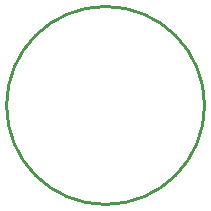
<source format=gto>
G04*
G04 #@! TF.GenerationSoftware,Altium Limited,Altium Designer,18.1.6 (161)*
G04*
G04 Layer_Color=65535*
%FSLAX44Y44*%
%MOMM*%
G71*
G01*
G75*
%ADD10C,0.2540*%
D10*
X486410Y1238250D02*
G03*
X486410Y1238250I-83820J0D01*
G01*
M02*

</source>
